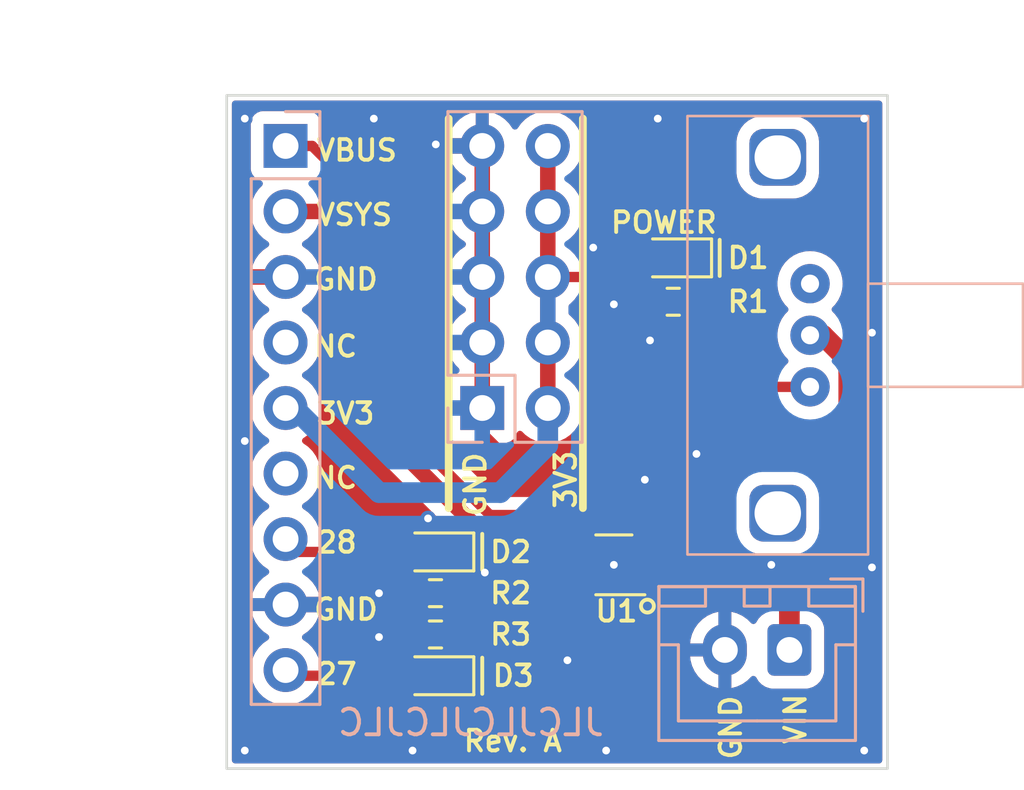
<source format=kicad_pcb>
(kicad_pcb (version 20221018) (generator pcbnew)
  (title_block (date "2023-09-17") (rev "A"))
  (layers (0 "F.Cu" signal) (31 "B.Cu" signal) (34 "B.Paste" user) (35 "F.Paste" user) (36 "B.SilkS" user "B.Silkscreen") (37 "F.SilkS" user "F.Silkscreen") (38 "B.Mask" user) (39 "F.Mask" user) (44 "Edge.Cuts" user))
  (net 0 "")
  (net 1 "Net-(D1-K)")
  (net 2 "+3V3")
  (net 3 "VBUS")
  (net 4 "VSYS")
  (net 5 "GND")
  (net 6 "Net-(J2-Pin_1)")
  (net 7 "Net-(SW1-A)")
  (net 10 "Net-(D2-K)")
  (net 11 "GP28")
  (net 12 "Net-(D3-K)")
  (net 13 "GP27")
  (footprint "LED_SMD:LED_0603_1608Metric" (layer "F.Cu") (at 137.8875 114.8 180)
    (fp_text reference "D2" (at -2.9125 0 unlocked) (layer "F.SilkS") (effects (font (size 0.8 0.8))))
    (fp_text value "LED_YELLOW")
    (fp_line (start -1.485 -0.735) (end -1.485 0.735) (stroke (width 0.12)) (layer "F.SilkS"))
    (fp_line (start -1.485 0.735) (end 0.8 0.735) (stroke (width 0.12)) (layer "F.SilkS"))
    (fp_line (start 0.8 -0.735) (end -1.485 -0.735) (stroke (width 0.12)) (layer "F.SilkS"))
    (pad "1" smd roundrect (at -0.7875 0 180) (size 0.875 0.95) (layers "F.Cu" "F.Paste" "F.Mask") (net 10 "Net-(D2-K)"))
    (pad "2" smd roundrect (at 0.7875 0 180) (size 0.875 0.95) (layers "F.Cu" "F.Paste" "F.Mask") (net 11 "GP28"))
  )
  (footprint "LED_SMD:LED_0603_1608Metric" (layer "F.Cu") (at 147.1 103.4 180)
    (fp_text reference "D1" (at -2.9 0 unlocked) (layer "F.SilkS") (effects (font (size 0.8 0.8))))
    (fp_text value "LED_GREEN")
    (fp_line (start -1.485 -0.735) (end -1.485 0.735) (stroke (width 0.12)) (layer "F.SilkS"))
    (fp_line (start -1.485 0.735) (end 0.8 0.735) (stroke (width 0.12)) (layer "F.SilkS"))
    (fp_line (start 0.8 -0.735) (end -1.485 -0.735) (stroke (width 0.12)) (layer "F.SilkS"))
    (pad "1" smd roundrect (at -0.7875 0 180) (size 0.875 0.95) (layers "F.Cu" "F.Paste" "F.Mask") (net 1 "Net-(D1-K)"))
    (pad "2" smd roundrect (at 0.7875 0 180) (size 0.875 0.95) (layers "F.Cu" "F.Paste" "F.Mask") (net 2 "+3V3"))
  )
  (footprint "Resistor_SMD:R_0603_1608Metric" (layer "F.Cu") (at 137.8875 118 180)
    (fp_text reference "R3" (at -2.9125 0 unlocked) (layer "F.SilkS") (effects (font (size 0.8 0.8))))
    (fp_text value "1k")
    (fp_line (start -0.237258 -0.5225) (end 0.237258 -0.5225) (stroke (width 0.12)) (layer "F.SilkS"))
    (fp_line (start -0.237258 0.5225) (end 0.237258 0.5225) (stroke (width 0.12)) (layer "F.SilkS"))
    (pad "1" smd roundrect (at -0.825 0 180) (size 0.8 0.95) (layers "F.Cu" "F.Paste" "F.Mask") (net 12 "Net-(D3-K)"))
    (pad "2" smd roundrect (at 0.825 0 180) (size 0.8 0.95) (layers "F.Cu" "F.Paste" "F.Mask") (net 5 "GND"))
  )
  (footprint "Resistor_SMD:R_0603_1608Metric" (layer "F.Cu") (at 137.8875 116.4 180)
    (fp_text reference "R2" (at -2.9125 0 unlocked) (layer "F.SilkS") (effects (font (size 0.8 0.8))))
    (fp_text value "1k")
    (fp_line (start -0.237258 -0.5225) (end 0.237258 -0.5225) (stroke (width 0.12)) (layer "F.SilkS"))
    (fp_line (start -0.237258 0.5225) (end 0.237258 0.5225) (stroke (width 0.12)) (layer "F.SilkS"))
    (pad "1" smd roundrect (at -0.825 0 180) (size 0.8 0.95) (layers "F.Cu" "F.Paste" "F.Mask") (net 10 "Net-(D2-K)"))
    (pad "2" smd roundrect (at 0.825 0 180) (size 0.8 0.95) (layers "F.Cu" "F.Paste" "F.Mask") (net 5 "GND"))
  )
  (footprint "LED_SMD:LED_0603_1608Metric" (layer "F.Cu") (at 137.8875 119.6 180)
    (fp_text reference "D3" (at -3.0125 0 unlocked) (layer "F.SilkS") (effects (font (size 0.8 0.8))))
    (fp_text value "LED_BLUE")
    (fp_line (start -1.485 -0.735) (end -1.485 0.735) (stroke (width 0.12)) (layer "F.SilkS"))
    (fp_line (start -1.485 0.735) (end 0.8 0.735) (stroke (width 0.12)) (layer "F.SilkS"))
    (fp_line (start 0.8 -0.735) (end -1.485 -0.735) (stroke (width 0.12)) (layer "F.SilkS"))
    (pad "1" smd roundrect (at -0.7875 0 180) (size 0.875 0.95) (layers "F.Cu" "F.Paste" "F.Mask") (net 12 "Net-(D3-K)"))
    (pad "2" smd roundrect (at 0.7875 0 180) (size 0.875 0.95) (layers "F.Cu" "F.Paste" "F.Mask") (net 13 "GP27"))
  )
  (footprint "Resistor_SMD:R_0603_1608Metric" (layer "F.Cu") (at 147.1 105.1 180)
    (fp_text reference "R1" (at -2.9 0 unlocked) (layer "F.SilkS") (effects (font (size 0.8 0.8))))
    (fp_text value "10k")
    (fp_line (start -0.237258 -0.5225) (end 0.237258 -0.5225) (stroke (width 0.12)) (layer "F.SilkS"))
    (fp_line (start -0.237258 0.5225) (end 0.237258 0.5225) (stroke (width 0.12)) (layer "F.SilkS"))
    (pad "1" smd roundrect (at -0.825 0 180) (size 0.8 0.95) (layers "F.Cu" "F.Paste" "F.Mask") (net 1 "Net-(D1-K)"))
    (pad "2" smd roundrect (at 0.825 0 180) (size 0.8 0.95) (layers "F.Cu" "F.Paste" "F.Mask") (net 5 "GND"))
  )
  (footprint "Package_TO_SOT_SMD:SOT-363_SC-70-6_Handsoldering" (layer "F.Cu") (at 144.8 115.3 180)
    (fp_text reference "U1" (at -0.1 -1.8 unlocked) (layer "F.SilkS") (effects (font (size 0.8 0.8))))
    (fp_text value "LM66100")
    (fp_line (start -0.7 1.16) (end 0.7 1.16) (stroke (width 0.12)) (layer "F.SilkS"))
    (fp_line (start 0.7 -1.16) (end -1.2 -1.16) (stroke (width 0.12)) (layer "F.SilkS"))
    (pad "1" smd rect (at -1.33 -0.65 180) (size 1.5 0.4) (layers "F.Cu" "F.Paste" "F.Mask") (net 7 "Net-(SW1-A)"))
    (pad "2" smd rect (at -1.33 0 180) (size 1.5 0.4) (layers "F.Cu" "F.Paste" "F.Mask") (net 5 "GND"))
    (pad "3" smd rect (at -1.33 0.65 180) (size 1.5 0.4) (layers "F.Cu" "F.Paste" "F.Mask") (net 3 "VBUS"))
    (pad "4" smd rect (at 1.33 0.65 180) (size 1.5 0.4) (layers "F.Cu" "F.Paste" "F.Mask"))
    (pad "5" smd rect (at 1.33 0 180) (size 1.5 0.4) (layers "F.Cu" "F.Paste" "F.Mask") (net 5 "GND"))
    (pad "6" smd rect (at 1.33 -0.65 180) (size 1.5 0.4) (layers "F.Cu" "F.Paste" "F.Mask") (net 4 "VSYS"))
  )
  (footprint "Connector_JST:JST_XH_B2B-XH-A_1x02_P2.50mm_Vertical" (layer "B.Cu") (at 151.6 118.6 180)
    (fp_text reference "J2" hide)
    (fp_text value "JST XH 2P")
    (fp_line (start -2.85 2.75) (end -2.85 1.5) (stroke (width 0.12)) (layer "B.SilkS"))
    (fp_line (start -2.56 -3.51) (end 5.06 -3.51) (stroke (width 0.12)) (layer "B.SilkS"))
    (fp_line (start -2.56 2.46) (end -2.56 -3.51) (stroke (width 0.12)) (layer "B.SilkS"))
    (fp_line (start -2.55 0.2) (end -1.8 0.2) (stroke (width 0.12)) (layer "B.SilkS"))
    (fp_line (start -2.55 1.7) (end -0.75 1.7) (stroke (width 0.12)) (layer "B.SilkS"))
    (fp_line (start -2.55 2.45) (end -2.55 1.7) (stroke (width 0.12)) (layer "B.SilkS"))
    (fp_line (start -1.8 -2.75) (end 1.25 -2.75) (stroke (width 0.12)) (layer "B.SilkS"))
    (fp_line (start -1.8 0.2) (end -1.8 -2.75) (stroke (width 0.12)) (layer "B.SilkS"))
    (fp_line (start -1.6 2.75) (end -2.85 2.75) (stroke (width 0.12)) (layer "B.SilkS"))
    (fp_line (start -0.75 1.7) (end -0.75 2.45) (stroke (width 0.12)) (layer "B.SilkS"))
    (fp_line (start -0.75 2.45) (end -2.55 2.45) (stroke (width 0.12)) (layer "B.SilkS"))
    (fp_line (start 0.75 1.7) (end 1.75 1.7) (stroke (width 0.12)) (layer "B.SilkS"))
    (fp_line (start 0.75 2.45) (end 0.75 1.7) (stroke (width 0.12)) (layer "B.SilkS"))
    (fp_line (start 1.75 1.7) (end 1.75 2.45) (stroke (width 0.12)) (layer "B.SilkS"))
    (fp_line (start 1.75 2.45) (end 0.75 2.45) (stroke (width 0.12)) (layer "B.SilkS"))
    (fp_line (start 3.25 1.7) (end 5.05 1.7) (stroke (width 0.12)) (layer "B.SilkS"))
    (fp_line (start 3.25 2.45) (end 3.25 1.7) (stroke (width 0.12)) (layer "B.SilkS"))
    (fp_line (start 4.3 -2.75) (end 1.25 -2.75) (stroke (width 0.12)) (layer "B.SilkS"))
    (fp_line (start 4.3 0.2) (end 4.3 -2.75) (stroke (width 0.12)) (layer "B.SilkS"))
    (fp_line (start 5.05 0.2) (end 4.3 0.2) (stroke (width 0.12)) (layer "B.SilkS"))
    (fp_line (start 5.05 1.7) (end 5.05 2.45) (stroke (width 0.12)) (layer "B.SilkS"))
    (fp_line (start 5.05 2.45) (end 3.25 2.45) (stroke (width 0.12)) (layer "B.SilkS"))
    (fp_line (start 5.06 -3.51) (end 5.06 2.46) (stroke (width 0.12)) (layer "B.SilkS"))
    (fp_line (start 5.06 2.46) (end -2.56 2.46) (stroke (width 0.12)) (layer "B.SilkS"))
    (pad "1" thru_hole roundrect (at 0 0 180) (size 1.7 2) (drill 1) (layers "*.Cu" "*.Mask") (roundrect_rratio 0.1470588235) (net 6 "Net-(J2-Pin_1)"))
    (pad "2" thru_hole oval (at 2.5 0 180) (size 1.7 2) (drill 1) (layers "*.Cu" "*.Mask") (net 5 "GND"))
  )
  (footprint "Connector_PinHeader_2.54mm:PinHeader_2x05_P2.54mm_Vertical" (layer "B.Cu") (at 139.7 109.22)
    (fp_text reference "J3" hide)
    (fp_text value "Breadboard power bus")
    (fp_line (start -1.33 -11.49) (end 3.87 -11.49) (stroke (width 0.12)) (layer "B.SilkS"))
    (fp_line (start -1.33 -1.27) (end -1.33 -11.49) (stroke (width 0.12)) (layer "B.SilkS"))
    (fp_line (start -1.33 -1.27) (end 1.27 -1.27) (stroke (width 0.12)) (layer "B.SilkS"))
    (fp_line (start -1.33 0) (end -1.33 1.33) (stroke (width 0.12)) (layer "B.SilkS"))
    (fp_line (start -1.33 1.33) (end 0 1.33) (stroke (width 0.12)) (layer "B.SilkS"))
    (fp_line (start 1.27 -1.27) (end 1.27 1.33) (stroke (width 0.12)) (layer "B.SilkS"))
    (fp_line (start 1.27 1.33) (end 3.87 1.33) (stroke (width 0.12)) (layer "B.SilkS"))
    (fp_line (start 3.87 1.33) (end 3.87 -11.49) (stroke (width 0.12)) (layer "B.SilkS"))
    (pad "1" thru_hole rect locked (at 0 0) (size 1.7 1.7) (drill 1) (layers "*.Cu" "*.Mask") (net 5 "GND"))
    (pad "2" thru_hole oval locked (at 2.54 0) (size 1.7 1.7) (drill 1) (layers "*.Cu" "*.Mask") (net 2 "+3V3"))
    (pad "3" thru_hole oval locked (at 0 -2.54) (size 1.7 1.7) (drill 1) (layers "*.Cu" "*.Mask") (net 5 "GND"))
    (pad "4" thru_hole oval locked (at 2.54 -2.54) (size 1.7 1.7) (drill 1) (layers "*.Cu" "*.Mask") (net 2 "+3V3"))
    (pad "5" thru_hole oval locked (at 0 -5.08) (size 1.7 1.7) (drill 1) (layers "*.Cu" "*.Mask") (net 5 "GND"))
    (pad "6" thru_hole oval locked (at 2.54 -5.08) (size 1.7 1.7) (drill 1) (layers "*.Cu" "*.Mask") (net 2 "+3V3"))
    (pad "7" thru_hole oval locked (at 0 -7.62) (size 1.7 1.7) (drill 1) (layers "*.Cu" "*.Mask") (net 5 "GND"))
    (pad "8" thru_hole oval locked (at 2.54 -7.62) (size 1.7 1.7) (drill 1) (layers "*.Cu" "*.Mask") (net 2 "+3V3"))
    (pad "9" thru_hole oval locked (at 0 -10.16) (size 1.7 1.7) (drill 1) (layers "*.Cu" "*.Mask") (net 5 "GND"))
    (pad "10" thru_hole oval locked (at 2.54 -10.16) (size 1.7 1.7) (drill 1) (layers "*.Cu" "*.Mask") (net 2 "+3V3"))
  )
  (footprint "Connector_PinHeader_2.54mm:PinHeader_1x09_P2.54mm_Vertical" (layer "B.Cu") (at 132.08 99.06 180)
    (fp_text reference "J1" hide)
    (fp_text value "Conn_01x09")
    (fp_line (start -1.33 -21.65) (end 1.33 -21.65) (stroke (width 0.12)) (layer "B.SilkS"))
    (fp_line (start -1.33 -1.27) (end -1.33 -21.65) (stroke (width 0.12)) (layer "B.SilkS"))
    (fp_line (start -1.33 -1.27) (end 1.33 -1.27) (stroke (width 0.12)) (layer "B.SilkS"))
    (fp_line (start -1.33 0) (end -1.33 1.33) (stroke (width 0.12)) (layer "B.SilkS"))
    (fp_line (start -1.33 1.33) (end 0 1.33) (stroke (width 0.12)) (layer "B.SilkS"))
    (fp_line (start 1.33 -1.27) (end 1.33 -21.65) (stroke (width 0.12)) (layer "B.SilkS"))
    (pad "1" thru_hole rect locked (at 0 0 180) (size 1.7 1.7) (drill 1) (layers "*.Cu" "*.Mask") (net 3 "VBUS"))
    (pad "2" thru_hole oval locked (at 0 -2.54 180) (size 1.7 1.7) (drill 1) (layers "*.Cu" "*.Mask") (net 4 "VSYS"))
    (pad "3" thru_hole oval locked (at 0 -5.08 180) (size 1.7 1.7) (drill 1) (layers "*.Cu" "*.Mask") (net 5 "GND"))
    (pad "4" thru_hole oval locked (at 0 -7.62 180) (size 1.7 1.7) (drill 1) (layers "*.Cu" "*.Mask"))
    (pad "5" thru_hole oval locked (at 0 -10.16 180) (size 1.7 1.7) (drill 1) (layers "*.Cu" "*.Mask") (net 2 "+3V3"))
    (pad "6" thru_hole oval locked (at 0 -12.7 180) (size 1.7 1.7) (drill 1) (layers "*.Cu" "*.Mask"))
    (pad "7" thru_hole oval locked (at 0 -15.24 180) (size 1.7 1.7) (drill 1) (layers "*.Cu" "*.Mask") (net 11 "GP28"))
    (pad "8" thru_hole oval locked (at 0 -17.78 180) (size 1.7 1.7) (drill 1) (layers "*.Cu" "*.Mask") (net 5 "GND"))
    (pad "9" thru_hole oval locked (at 0 -20.32 180) (size 1.7 1.7) (drill 1) (layers "*.Cu" "*.Mask") (net 13 "GP27"))
  )
  (footprint "Akiyuki_footprint:ALPS_SSSF111800" (layer "B.Cu") (at 151.15 106.4 90)
    (fp_text reference "SW1" hide)
    (fp_text value "SSSF111800")
    (fp_rect (start -8.5 3.5) (end 8.5 -3.5) (stroke (width 0.1)) (fill none) (layer "B.SilkS"))
    (fp_rect (start -2 9.5) (end 2 3.5) (stroke (width 0.1)) (fill none) (layer "B.SilkS"))
    (pad "" np_thru_hole roundrect (at -6.9 0 90) (size 2.2 2.2) (drill oval 1.7 1.8) (layers "F&B.Cu" "*.Mask"))
    (pad "" np_thru_hole roundrect (at 6.9 0 90) (size 2.2 2.2) (drill oval 1.7 1.8) (layers "F&B.Cu" "*.Mask"))
    (pad "1" thru_hole circle (at -2 1.25 90) (size 1.524 1.524) (drill 0.7) (layers "*.Cu" "*.Mask") (net 7 "Net-(SW1-A)"))
    (pad "2" thru_hole circle (at 0 1.25 90) (size 1.524 1.524) (drill 0.7) (layers "*.Cu" "*.Mask") (net 6 "Net-(J2-Pin_1)"))
    (pad "3" thru_hole circle (at 2 1.25 90) (size 1.524 1.524) (drill 0.7) (layers "*.Cu" "*.Mask"))
  )
  (gr_line (start 148.9 102.7) (end 148.9 104.1) (stroke (width 0.15)) (layer "F.SilkS"))
  (gr_line (start 143.6 98) (end 143.6 113.1) (stroke (width 0.3)) (layer "F.SilkS"))
  (gr_line (start 139.7 114.1) (end 139.7 115.5) (stroke (width 0.15)) (layer "F.SilkS"))
  (gr_circle (center 146.1 116.9) (end 146.35 116.9) (stroke (width 0.15)) (fill none) (layer "F.SilkS"))
  (gr_line (start 139.7 118.9) (end 139.7 120.3) (stroke (width 0.15)) (layer "F.SilkS"))
  (gr_line (start 138.4 98) (end 138.4 113.1) (stroke (width 0.3)) (layer "F.SilkS"))
  (gr_rect (start 129.8 97.1) (end 155.4 123.2) (stroke (width 0.1)) (fill none) (layer "Edge.Cuts"))
  (gr_text "JLCJLCJLCJLC" (at 144.5 122) (layer "B.SilkS") (effects (font (size 1 1)) (justify left bottom mirror)))
  (gr_text "VSYS" (at 133.2 102.2) (layer "F.SilkS") (effects (font (size 0.8 0.8)) (justify left bottom)))
  (gr_text "VBUS" (at 133.2 99.7) (layer "F.SilkS") (effects (font (size 0.8 0.8)) (justify left bottom)))
  (gr_text "GND" (at 133.1 117.5) (layer "F.SilkS") (effects (font (size 0.8 0.8)) (justify left bottom)))
  (gr_text "NC" (at 133.1 107.3) (layer "F.SilkS") (effects (font (size 0.8 0.8)) (justify left bottom)))
  (gr_text "27" (at 133.2 120) (layer "F.SilkS") (effects (font (size 0.8 0.8)) (justify left bottom)))
  (gr_text "POWER" (at 144.6 102.5) (layer "F.SilkS") (effects (font (size 0.8 0.8)) (justify left bottom)))
  (gr_text "VIN" (at 152.3 122.325 90) (layer "F.SilkS") (effects (font (size 0.8 0.8)) (justify left bottom)))
  (gr_text "GND" (at 133.1 104.7) (layer "F.SilkS") (effects (font (size 0.8 0.8)) (justify left bottom)))
  (gr_text "GND" (at 149.8 122.925 90) (layer "F.SilkS") (effects (font (size 0.8 0.8)) (justify left bottom)))
  (gr_text "Rev. A" (at 138.9 122.6) (layer "F.SilkS") (effects (font (size 0.8 0.8)) (justify left bottom)))
  (gr_text "NC" (at 133.1 112.4) (layer "F.SilkS") (effects (font (size 0.8 0.8)) (justify left bottom)))
  (gr_text "3V3" (at 133.2 109.9) (layer "F.SilkS") (effects (font (size 0.8 0.8)) (justify left bottom)))
  (gr_text "28" (at 133.2 114.9) (layer "F.SilkS") (effects (font (size 0.8 0.8)) (justify left bottom)))
  (gr_text "GND" (at 139.9 113.5 90) (layer "F.SilkS") (effects (font (size 0.8 0.8)) (justify left bottom)))
  (gr_text "3V3" (at 143.4 113.2 90) (layer "F.SilkS") (effects (font (size 0.8 0.8)) (justify left bottom)))
  (segment (start 147.925 103.4375) (end 147.8875 103.4) (width 0.4) (layer "F.Cu") (net 1))
  (segment (start 147.925 105.1) (end 147.925 103.4375) (width 0.4) (layer "F.Cu") (net 1))
  (segment (start 142.24 101.6) (end 142.24 104.14) (width 0.6) (layer "F.Cu") (net 2))
  (segment (start 145.2 103.4) (end 146.3125 103.4) (width 0.4) (layer "F.Cu") (net 2))
  (segment (start 142.24 106.68) (end 142.24 109.22) (width 0.6) (layer "F.Cu") (net 2))
  (segment (start 142.24 106.94) (end 142.24 104.14) (width 0.6) (layer "F.Cu") (net 2))
  (segment (start 142.24 104.14) (end 144.46 104.14) (width 0.4) (layer "F.Cu") (net 2))
  (segment (start 144.46 104.14) (end 145.2 103.4) (width 0.4) (layer "F.Cu") (net 2))
  (segment (start 142.24 99.06) (end 142.24 101.6) (width 0.6) (layer "F.Cu") (net 2))
  (segment (start 140.4 112.5) (end 142.24 110.66) (width 0.8) (layer "B.Cu") (net 2))
  (segment (start 132.42 109.22) (end 135.7 112.5) (width 0.8) (layer "B.Cu") (net 2))
  (segment (start 142.24 106.68) (end 142.24 104.14) (width 0.6) (layer "B.Cu") (net 2))
  (segment (start 135.7 112.5) (end 140.4 112.5) (width 0.8) (layer "B.Cu") (net 2))
  (segment (start 132.08 109.22) (end 132.42 109.22) (width 0.8) (layer "B.Cu") (net 2))
  (segment (start 142.24 110.66) (end 142.24 109.22) (width 0.8) (layer "B.Cu") (net 2))
  (segment (start 147.48 114.29) (end 147.48 113.775) (width 0.4) (layer "F.Cu") (net 3))
  (segment (start 146.13 114.65) (end 147.12 114.65) (width 0.4) (layer "F.Cu") (net 3))
  (segment (start 147.075 113.37) (end 139.99995 113.37) (width 0.4) (layer "F.Cu") (net 3))
  (segment (start 139.99995 113.37) (end 136.97 110.34005) (width 0.4) (layer "F.Cu") (net 3))
  (segment (start 136.97 110.34005) (end 136.97 102.92) (width 0.4) (layer "F.Cu") (net 3))
  (segment (start 147.12 114.65) (end 147.48 114.29) (width 0.4) (layer "F.Cu") (net 3))
  (segment (start 136.97 102.92) (end 133.11 99.06) (width 0.4) (layer "F.Cu") (net 3))
  (segment (start 147.48 113.775) (end 147.075 113.37) (width 0.4) (layer "F.Cu") (net 3))
  (segment (start 133.11 99.06) (end 132.08 99.06) (width 0.4) (layer "F.Cu") (net 3))
  (segment (start 136.19 110.55) (end 141.64 116) (width 0.6) (layer "F.Cu") (net 4))
  (segment (start 134.13 101.6) (end 136.19 103.66) (width 0.6) (layer "F.Cu") (net 4))
  (segment (start 141.64 116) (end 143.47 116) (width 0.6) (layer "F.Cu") (net 4))
  (segment (start 132.08 101.6) (end 134.13 101.6) (width 0.6) (layer "F.Cu") (net 4))
  (segment (start 136.19 103.66) (end 136.19 110.55) (width 0.6) (layer "F.Cu") (net 4))
  (segment (start 144.8 115.3) (end 146.13 115.3) (width 0.4) (layer "F.Cu") (net 5))
  (segment (start 139.7 109.22) (end 139.7 110.34) (width 0.6) (layer "F.Cu") (net 5))
  (segment (start 130.64 104.14) (end 130.5 104) (width 0.6) (layer "F.Cu") (net 5))
  (segment (start 139.7 99.06) (end 139.7 101.6) (width 0.6) (layer "F.Cu") (net 5))
  (segment (start 132.08 104.14) (end 130.64 104.14) (width 0.6) (layer "F.Cu") (net 5))
  (segment (start 148.4 112) (end 148.3 111.9) (width 0.4) (layer "F.Cu") (net 5))
  (segment (start 148.4 115.098191) (end 148.4 112) (width 0.4) (layer "F.Cu") (net 5))
  (segment (start 139.7 99.06) (end 138.06 99.06) (width 0.6) (layer "F.Cu") (net 5))
  (segment (start 133.76 116.84) (end 133.8 116.8) (width 0.6) (layer "F.Cu") (net 5))
  (segment (start 146.13 115.3) (end 148.198191 115.3) (width 0.4) (layer "F.Cu") (net 5))
  (segment (start 138.06 99.06) (end 138 99) (width 0.6) (layer "F.Cu") (net 5))
  (segment (start 139.7 106.68) (end 139.7 109.22) (width 0.6) (layer "F.Cu") (net 5))
  (segment (start 140.54 111.18) (end 141.03 111.18) (width 0.6) (layer "F.Cu") (net 5))
  (segment (start 139.7 104.14) (end 139.7 106.68) (width 0.6) (layer "F.Cu") (net 5))
  (segment (start 137.9 99) (end 137.9 98.9) (width 0.6) (layer "F.Cu") (net 5))
  (segment (start 139.7 101.6) (end 139.7 104.14) (width 0.6) (layer "F.Cu") (net 5))
  (segment (start 138 99) (end 137.9 99) (width 0.6) (layer "F.Cu") (net 5))
  (segment (start 132.08 116.84) (end 133.76 116.84) (width 0.6) (layer "F.Cu") (net 5))
  (segment (start 139.7 110.34) (end 140.54 111.18) (width 0.6) (layer "F.Cu") (net 5))
  (segment (start 143.47 115.3) (end 144.8 115.3) (width 0.4) (layer "F.Cu") (net 5))
  (segment (start 137.9 98.9) (end 138 99) (width 0.6) (layer "F.Cu") (net 5))
  (via (at 130.5 122.5) (size 0.6) (drill 0.3) (layers "F.Cu" "B.Cu") (net 5))
  (via (at 135.7 116.4) (size 0.6) (drill 0.3) (layers "F.Cu" "B.Cu") (net 5))
  (via (at 135.7 118.1) (size 0.6) (drill 0.3) (layers "F.Cu" "B.Cu") (net 5))
  (via (at 144.5 122.5) (size 0.6) (drill 0.3) (layers "F.Cu" "B.Cu") (net 5))
  (via (at 144 103) (size 0.6) (drill 0.3) (layers "F.Cu" "B.Cu") (net 5))
  (via (at 144.8 105.2) (size 0.6) (drill 0.3) (layers "F.Cu" "B.Cu") (net 5))
  (via (at 137.6 113.5) (size 0.6) (drill 0.3) (layers "F.Cu" "B.Cu") (net 5))
  (via (at 139.8 115.6) (size 0.6) (drill 0.3) (layers "F.Cu" "B.Cu") (net 5))
  (via (at 154.8 115.4) (size 0.6) (drill 0.3) (layers "F.Cu" "B.Cu") (net 5))
  (via (at 130.5 98) (size 0.6) (drill 0.3) (layers "F.Cu" "B.Cu") (net 5))
  (via (at 135.5 98) (size 0.6) (drill 0.3) (layers "F.Cu" "B.Cu") (net 5))
  (via (at 146 112) (size 0.6) (drill 0.3) (layers "F.Cu" "B.Cu") (net 5))
  (via (at 154.5 122.5) (size 0.6) (drill 0.3) (layers "F.Cu" "B.Cu") (net 5))
  (via (at 137.9 99) (size 0.6) (drill 0.3) (layers "F.Cu" "B.Cu") (net 5))
  (via (at 144.8 115.3) (size 0.6) (drill 0.3) (layers "F.Cu" "B.Cu") (net 5))
  (via (at 146.2 106.6) (size 0.6) (drill 0.3) (layers "F.Cu" "B.Cu") (net 5))
  (via (at 154.8 106.3) (size 0.6) (drill 0.3) (layers "F.Cu" "B.Cu") (net 5))
  (via (at 150.9 115.3) (size 0.6) (drill 0.3) (layers "F.Cu" "B.Cu") (net 5))
  (via (at 146.5 98) (size 0.6) (drill 0.3) (layers "F.Cu" "B.Cu") (net 5))
  (via (at 148 111) (size 0.6) (drill 0.3) (layers "F.Cu" "B.Cu") (net 5))
  (via (at 143 119) (size 0.6) (drill 0.3) (layers "F.Cu" "B.Cu") (net 5))
  (via (at 154.5 98) (size 0.6) (drill 0.3) (layers "F.Cu" "B.Cu") (net 5))
  (via (at 137 122.5) (size 0.6) (drill 0.3) (layers "F.Cu" "B.Cu") (net 5))
  (via (at 130.5 110.5) (size 0.6) (drill 0.3) (layers "F.Cu" "B.Cu") (net 5))
  (arc (start 148.4 115.098191) (mid 148.340892 115.240892) (end 148.198191 115.3) (width 0.4) (layer "F.Cu") (net 5))
  (segment (start 139.7 109.22) (end 137.82 109.22) (width 0.6) (layer "B.Cu") (net 5))
  (segment (start 139.7 101.6) (end 137.8 101.6) (width 0.6) (layer "B.Cu") (net 5))
  (segment (start 139.7 109.22) (end 139.7 111) (width 0.6) (layer "B.Cu") (net 5))
  (segment (start 137.96 99.06) (end 137.9 99) (width 0.6) (layer "B.Cu") (net 5))
  (segment (start 139.7 99.06) (end 137.96 99.06) (width 0.6) (layer "B.Cu") (net 5))
  (segment (start 137.8 101.6) (end 137.7 101.5) (width 0.6) (layer "B.Cu") (net 5))
  (segment (start 139.7 104.14) (end 132.08 104.14) (width 0.6) (layer "B.Cu") (net 5))
  (segment (start 137.1 106.7) (end 137.12 106.68) (width 0.6) (layer "B.Cu") (net 5))
  (segment (start 132.08 116.84) (end 134.36 116.84) (width 0.6) (layer "B.Cu") (net 5))
  (segment (start 139.7 106.68) (end 137.12 106.68) (width 0.6) (layer "B.Cu") (net 5))
  (segment (start 137.8 109.2) (end 137.82 109.22) (width 0.6) (layer "B.Cu") (net 5))
  (segment (start 134.36 116.84) (end 134.4 116.8) (width 0.6) (layer "B.Cu") (net 5))
  (segment (start 152.4 106.4) (end 152.9 106.4) (width 0.8) (layer "F.Cu") (net 6))
  (segment (start 151.6 117.083928) (end 151.6 118.6) (width 0.8) (layer "F.Cu") (net 6))
  (segment (start 152.9 106.4) (end 153.570159 107.070159) (width 0.8) (layer "F.Cu") (net 6))
  (segment (start 153.323188 114.676812) (end 152.08361 115.91639) (width 0.8) (layer "F.Cu") (net 6))
  (segment (start 153.9 107.866466) (end 153.9 113.284264) (width 0.8) (layer "F.Cu") (net 6))
  (arc (start 153.9 113.284264) (mid 153.750071 114.037901) (end 153.323188 114.676812) (width 0.8) (layer "F.Cu") (net 6))
  (arc (start 153.570159 107.070159) (mid 153.814277 107.435508) (end 153.9 107.866466) (width 0.8) (layer "F.Cu") (net 6))
  (arc (start 152.08361 115.91639) (mid 151.725686 116.452061) (end 151.6 117.083928) (width 0.8) (layer "F.Cu") (net 6))
  (segment (start 146.13 115.95) (end 148.517477 115.95) (width 0.4) (layer "F.Cu") (net 7))
  (segment (start 149.3 115.167477) (end 149.3 110.060093) (width 0.4) (layer "F.Cu") (net 7))
  (segment (start 150.960093 108.4) (end 152.4 108.4) (width 0.4) (layer "F.Cu") (net 7))
  (arc (start 150.960093 108.4) (mid 149.78623 108.88623) (end 149.3 110.060093) (width 0.4) (layer "F.Cu") (net 7))
  (arc (start 148.517477 115.95) (mid 149.070804 115.720804) (end 149.3 115.167477) (width 0.4) (layer "F.Cu") (net 7))
  (segment (start 138.7125 116.4) (end 138.7125 114.8375) (width 0.4) (layer "F.Cu") (net 10))
  (segment (start 138.7125 114.8375) (end 138.675 114.8) (width 0.4) (layer "F.Cu") (net 10))
  (segment (start 137.1 114.8) (end 132.58 114.8) (width 0.4) (layer "F.Cu") (net 11))
  (segment (start 132.58 114.8) (end 132.08 114.3) (width 0.4) (layer "F.Cu") (net 11))
  (segment (start 138.7125 119.5625) (end 138.675 119.6) (width 0.4) (layer "F.Cu") (net 12))
  (segment (start 138.7125 118) (end 138.7125 119.5625) (width 0.4) (layer "F.Cu") (net 12))
  (segment (start 132.3 119.6) (end 132.08 119.38) (width 0.4) (layer "F.Cu") (net 13))
  (segment (start 137.1 119.6) (end 132.3 119.6) (width 0.4) (layer "F.Cu") (net 13))
  (zone (net 5) (net_name "GND") (layers "F&B.Cu") (connect_pads (clearance 0.5)) (min_thickness 0.25) (fill yes (thermal_gap 0.5) (thermal_bridge_width 0.5) (smoothing fillet) (radius 0.5))
    (polygon (pts (xy 129.5 96.5) (xy 129.5 124) (xy 156 124) (xy 156 96.5)))
  )
)
</source>
